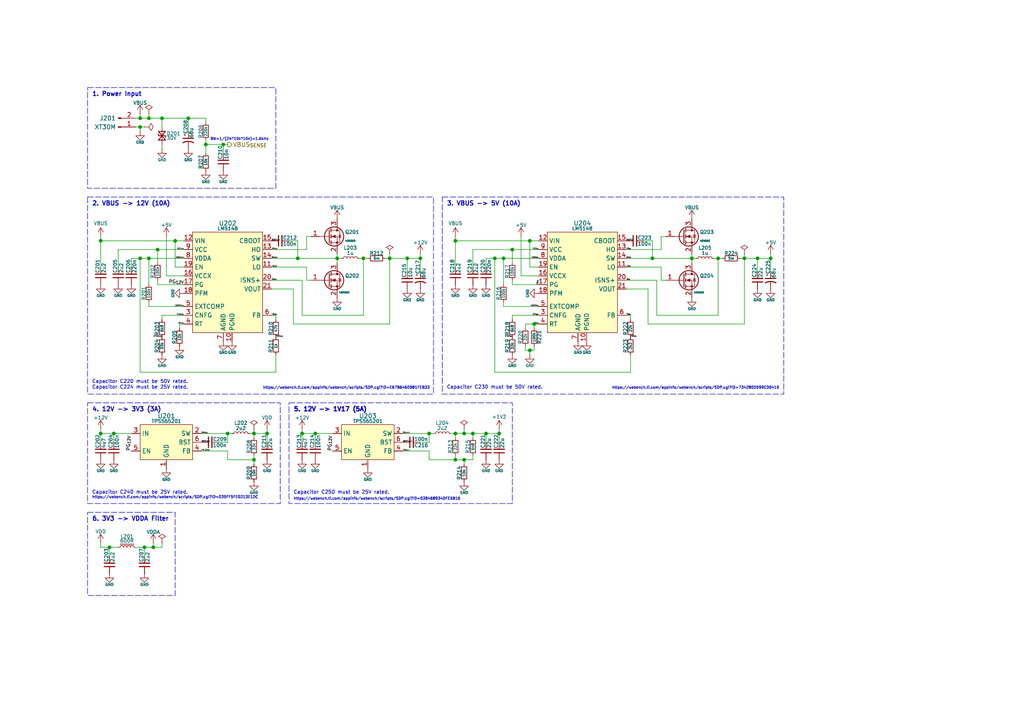
<source format=kicad_sch>
(kicad_sch (version 20250114) (generator "eeschema") (generator_version "9.0")
  (paper "A4")
  (rectangle (start 25.4 57.15) (end 125.73 114.3) (stroke (width 0) (type dash)))
  (rectangle (start 25.4 148.59) (end 50.8 172.72) (stroke (width 0) (type dash)))
  (rectangle (start 25.4 25.4) (end 80.01 54.61) (stroke (width 0) (type dash)))
  (rectangle (start 128.27 57.15) (end 227.33 114.3) (stroke (width 0) (type dash)))
  (rectangle (start 25.4 116.84) (end 81.28 146.05) (stroke (width 0) (type dash)))
  (rectangle (start 83.82 116.84) (end 148.59 146.05) (stroke (width 0) (type dash)))
  (text "Capacitor C250 must be 25V rated." (at 85.09 143.51 0) (effects (font (size 1.016 1.016)) (justify left bottom)))
  (text "5. 12V -> 1V17 (5A)" (at 85.09 118.11 0) (effects (font (size 1.27 1.27) (thickness 0.3048) (bold yes)) (justify left top)))
  (text "https://webench.ti.com/appinfo/webench/scripts/SDP.cgi?ID=035FF5FE0213E1DC" (at 26.67 144.78 0) (effects (font (size 0.762 0.762)) (justify left bottom)))
  (text "Capacitor C220 must be 50V rated.\nCapacitor C224 must be 25V rated." (at 26.67 113.03 0) (effects (font (size 1.016 1.016)) (justify left bottom)))
  (text "https://webench.ti.com/appinfo/webench/scripts/SDP.cgi?ID=734280D599CD0410" (at 226.06 113.03 0) (effects (font (size 0.762 0.762)) (justify right bottom)))
  (text "BW=1/(2π*10k*10n)=1.6kHz" (at 60.96 40.005 0) (effects (font (size 0.762 0.762)) (justify left top)))
  (text "3. VBUS -> 5V (10A)" (at 129.54 58.42 0) (effects (font (size 1.27 1.27) (thickness 0.254) (bold yes)) (justify left top)))
  (text "https://webench.ti.com/appinfo/webench/scripts/SDP.cgi?ID=03B468934DFE5B16" (at 85.09 144.78 0) (effects (font (size 0.762 0.762)) (justify left)))
  (text "Capacitor C240 must be 25V rated." (at 26.67 143.51 0) (effects (font (size 1.016 1.016)) (justify left bottom)))
  (text "Capacitor C230 must be 50V rated." (at 129.54 113.03 0) (effects (font (size 1.016 1.016)) (justify left bottom)))
  (text "1. Power Input" (at 26.67 26.67 0) (effects (font (size 1.27 1.27) (thickness 0.254) (bold yes)) (justify left top)))
  (text "https://webench.ti.com/appinfo/webench/scripts/SDP.cgi?ID=E67B646DB81FEB33" (at 124.714 113.03 0) (effects (font (size 0.762 0.762)) (justify right bottom)))
  (text "4. 12V -> 3V3 (3A)" (at 26.67 118.11 0) (effects (font (size 1.27 1.27) (thickness 0.254) (bold yes)) (justify left top)))
  (text "6. 3V3 -> VDDA Filter" (at 26.67 149.86 0) (effects (font (size 1.27 1.27) (thickness 0.254) (bold yes)) (justify left top)))
  (text "2. VBUS -> 12V (10A)" (at 26.67 58.42 0) (effects (font (size 1.27 1.27) (thickness 0.254) (bold yes)) (justify left top)))
  (junction (at 29.21 69.85))
  (junction (at 132.08 69.85))
  (junction (at 87.63 125.73))
  (junction (at 124.46 125.73))
  (junction (at 40.64 36.83))
  (junction (at 146.05 74.93))
  (junction (at 40.64 34.29))
  (junction (at 137.16 125.73))
  (junction (at 91.44 125.73))
  (junction (at 54.61 34.29))
  (junction (at 148.59 72.39))
  (junction (at 143.51 74.93))
  (junction (at 140.97 125.73))
  (junction (at 50.8 69.85))
  (junction (at 45.72 72.39))
  (junction (at 105.41 74.93))
  (junction (at 134.62 133.35))
  (junction (at 40.64 74.93))
  (junction (at 41.91 158.75))
  (junction (at 73.66 125.73))
  (junction (at 43.18 74.93))
  (junction (at 113.03 74.93))
  (junction (at 46.99 34.29))
  (junction (at 223.52 74.93))
  (junction (at 154.94 93.98))
  (junction (at 97.79 74.93))
  (junction (at 73.66 133.35))
  (junction (at 153.67 69.85))
  (junction (at 134.62 125.73))
  (junction (at 86.36 74.93))
  (junction (at 31.75 158.75))
  (junction (at 144.78 125.73))
  (junction (at 132.08 125.73))
  (junction (at 64.77 41.91))
  (junction (at 77.47 125.73))
  (junction (at 208.28 74.93))
  (junction (at 118.11 74.93))
  (junction (at 215.9 74.93))
  (junction (at 132.08 133.35))
  (junction (at 44.45 158.75))
  (junction (at 59.69 41.91))
  (junction (at 219.71 74.93))
  (junction (at 43.18 34.29))
  (junction (at 29.21 125.73))
  (junction (at 66.04 125.73))
  (junction (at 153.67 101.6))
  (junction (at 189.23 74.93))
  (junction (at 200.66 74.93))
  (junction (at 33.02 125.73))
  (junction (at 121.92 74.93))
  (wire (pts (xy 73.66 125.73) (xy 77.47 125.73)))
  (wire (pts (xy 140.97 125.73) (xy 140.97 128.27)))
  (wire (pts (xy 200.66 74.93) (xy 200.66 73.66)))
  (wire (pts (xy 193.04 68.58) (xy 191.77 68.58)))
  (wire (pts (xy 34.29 72.39) (xy 34.29 77.47)))
  (wire (pts (xy 77.47 125.73) (xy 77.47 128.27)))
  (wire (pts (xy 148.59 82.55) (xy 156.21 82.55)))
  (wire (pts (xy 113.03 74.93) (xy 118.11 74.93)))
  (wire (pts (xy 105.41 91.44) (xy 87.63 91.44)))
  (wire (pts (xy 181.61 72.39) (xy 191.77 72.39)))
  (wire (pts (xy 73.66 133.35) (xy 73.66 134.62)))
  (wire (pts (xy 140.97 125.73) (xy 144.78 125.73)))
  (wire (pts (xy 43.18 34.29) (xy 46.99 34.29)))
  (wire (pts (xy 152.4 100.33) (xy 152.4 101.6)))
  (wire (pts (xy 113.03 73.66) (xy 113.03 74.93)))
  (wire (pts (xy 111.76 74.93) (xy 113.03 74.93)))
  (wire (pts (xy 59.69 41.91) (xy 64.77 41.91)))
  (wire (pts (xy 134.62 133.35) (xy 137.16 133.35)))
  (wire (pts (xy 143.51 74.93) (xy 143.51 107.95)))
  (wire (pts (xy 104.14 74.93) (xy 105.41 74.93)))
  (wire (pts (xy 140.97 74.93) (xy 140.97 77.47)))
  (wire (pts (xy 182.88 107.95) (xy 143.51 107.95)))
  (wire (pts (xy 41.91 158.75) (xy 44.45 158.75)))
  (wire (pts (xy 80.01 91.44) (xy 80.01 92.71)))
  (wire (pts (xy 134.62 124.46) (xy 134.62 125.73)))
  (wire (pts (xy 33.02 125.73) (xy 33.02 128.27)))
  (wire (pts (xy 40.64 34.29) (xy 43.18 34.29)))
  (wire (pts (xy 153.67 69.85) (xy 156.21 69.85)))
  (wire (pts (xy 40.64 36.83) (xy 40.64 38.1)))
  (wire (pts (xy 151.13 80.01) (xy 156.21 80.01)))
  (wire (pts (xy 86.36 69.85) (xy 86.36 74.93)))
  (wire (pts (xy 46.99 34.29) (xy 46.99 36.83)))
  (wire (pts (xy 137.16 72.39) (xy 148.59 72.39)))
  (wire (pts (xy 153.67 77.47) (xy 153.67 69.85)))
  (wire (pts (xy 50.8 77.47) (xy 53.34 77.47)))
  (wire (pts (xy 58.42 125.73) (xy 66.04 125.73)))
  (wire (pts (xy 187.96 93.98) (xy 187.96 83.82)))
  (wire (pts (xy 146.05 74.93) (xy 146.05 82.55)))
  (wire (pts (xy 208.28 91.44) (xy 190.5 91.44)))
  (wire (pts (xy 66.04 125.73) (xy 66.04 128.27)))
  (wire (pts (xy 208.28 74.93) (xy 208.28 91.44)))
  (wire (pts (xy 219.71 74.93) (xy 219.71 78.74)))
  (wire (pts (xy 29.21 68.58) (xy 29.21 69.85)))
  (wire (pts (xy 29.21 125.73) (xy 33.02 125.73)))
  (wire (pts (xy 78.74 74.93) (xy 86.36 74.93)))
  (wire (pts (xy 132.08 133.35) (xy 134.62 133.35)))
  (wire (pts (xy 40.64 33.02) (xy 40.64 34.29)))
  (wire (pts (xy 215.9 93.98) (xy 187.96 93.98)))
  (wire (pts (xy 44.45 158.75) (xy 44.45 157.48)))
  (wire (pts (xy 45.72 72.39) (xy 53.34 72.39)))
  (wire (pts (xy 85.09 93.98) (xy 85.09 83.82)))
  (wire (pts (xy 78.74 91.44) (xy 80.01 91.44)))
  (wire (pts (xy 39.37 34.29) (xy 40.64 34.29)))
  (wire (pts (xy 124.46 130.81) (xy 116.84 130.81)))
  (wire (pts (xy 124.46 133.35) (xy 124.46 130.81)))
  (wire (pts (xy 66.04 128.27) (xy 63.5 128.27)))
  (wire (pts (xy 58.42 130.81) (xy 66.04 130.81)))
  (wire (pts (xy 48.26 80.01) (xy 48.26 68.58)))
  (wire (pts (xy 86.36 74.93) (xy 97.79 74.93)))
  (wire (pts (xy 181.61 74.93) (xy 189.23 74.93)))
  (wire (pts (xy 132.08 69.85) (xy 153.67 69.85)))
  (wire (pts (xy 59.69 40.64) (xy 59.69 41.91)))
  (wire (pts (xy 80.01 102.87) (xy 80.01 107.95)))
  (wire (pts (xy 73.66 132.08) (xy 73.66 133.35)))
  (wire (pts (xy 105.41 74.93) (xy 106.68 74.93)))
  (wire (pts (xy 46.99 43.18) (xy 46.99 41.91)))
  (wire (pts (xy 154.94 93.98) (xy 156.21 93.98)))
  (wire (pts (xy 83.82 69.85) (xy 86.36 69.85)))
  (wire (pts (xy 87.63 91.44) (xy 87.63 81.28)))
  (wire (pts (xy 50.8 77.47) (xy 50.8 69.85)))
  (wire (pts (xy 137.16 125.73) (xy 137.16 127)))
  (wire (pts (xy 153.67 77.47) (xy 156.21 77.47)))
  (wire (pts (xy 38.1 74.93) (xy 40.64 74.93)))
  (wire (pts (xy 140.97 74.93) (xy 143.51 74.93)))
  (wire (pts (xy 223.52 73.66) (xy 223.52 74.93)))
  (wire (pts (xy 77.47 124.46) (xy 77.47 125.73)))
  (wire (pts (xy 121.92 74.93) (xy 118.11 74.93)))
  (wire (pts (xy 181.61 77.47) (xy 191.77 77.47)))
  (wire (pts (xy 148.59 81.28) (xy 148.59 82.55)))
  (wire (pts (xy 59.69 35.56) (xy 59.69 34.29)))
  (wire (pts (xy 97.79 74.93) (xy 97.79 76.2)))
  (wire (pts (xy 39.37 158.75) (xy 41.91 158.75)))
  (wire (pts (xy 45.72 72.39) (xy 45.72 76.2)))
  (wire (pts (xy 137.16 72.39) (xy 137.16 77.47)))
  (wire (pts (xy 59.69 41.91) (xy 59.69 44.45)))
  (wire (pts (xy 87.63 125.73) (xy 91.44 125.73)))
  (wire (pts (xy 90.17 68.58) (xy 88.9 68.58)))
  (wire (pts (xy 31.75 158.75) (xy 34.29 158.75)))
  (wire (pts (xy 54.61 34.29) (xy 59.69 34.29)))
  (wire (pts (xy 215.9 73.66) (xy 215.9 74.93)))
  (wire (pts (xy 88.9 68.58) (xy 88.9 72.39)))
  (wire (pts (xy 144.78 124.46) (xy 144.78 125.73)))
  (wire (pts (xy 66.04 125.73) (xy 67.31 125.73)))
  (wire (pts (xy 223.52 74.93) (xy 223.52 78.74)))
  (wire (pts (xy 78.74 83.82) (xy 85.09 83.82)))
  (wire (pts (xy 43.18 74.93) (xy 43.18 82.55)))
  (wire (pts (xy 189.23 74.93) (xy 200.66 74.93)))
  (wire (pts (xy 153.67 101.6) (xy 154.94 101.6)))
  (wire (pts (xy 134.62 133.35) (xy 134.62 134.62)))
  (wire (pts (xy 40.64 74.93) (xy 43.18 74.93)))
  (wire (pts (xy 34.29 72.39) (xy 45.72 72.39)))
  (wire (pts (xy 146.05 88.9) (xy 146.05 87.63)))
  (wire (pts (xy 46.99 157.48) (xy 46.99 158.75)))
  (wire (pts (xy 191.77 81.28) (xy 191.77 77.47)))
  (wire (pts (xy 66.04 130.81) (xy 66.04 133.35)))
  (wire (pts (xy 43.18 74.93) (xy 53.34 74.93)))
  (wire (pts (xy 45.72 82.55) (xy 45.72 81.28)))
  (wire (pts (xy 207.01 74.93) (xy 208.28 74.93)))
  (wire (pts (xy 64.77 41.91) (xy 64.77 44.45)))
  (wire (pts (xy 132.08 68.58) (xy 132.08 69.85)))
  (wire (pts (xy 78.74 77.47) (xy 88.9 77.47)))
  (wire (pts (xy 143.51 74.93) (xy 146.05 74.93)))
  (wire (pts (xy 105.41 74.93) (xy 105.41 91.44)))
  (wire (pts (xy 148.59 91.44) (xy 156.21 91.44)))
  (wire (pts (xy 121.92 74.93) (xy 121.92 78.74)))
  (wire (pts (xy 50.8 69.85) (xy 53.34 69.85)))
  (wire (pts (xy 53.34 91.44) (xy 46.99 91.44)))
  (wire (pts (xy 87.63 125.73) (xy 87.63 128.27)))
  (wire (pts (xy 153.67 101.6) (xy 153.67 102.87)))
  (wire (pts (xy 154.94 93.98) (xy 154.94 95.25)))
  (wire (pts (xy 53.34 93.98) (xy 52.07 93.98)))
  (wire (pts (xy 90.17 81.28) (xy 88.9 81.28)))
  (wire (pts (xy 200.66 74.93) (xy 200.66 76.2)))
  (wire (pts (xy 48.26 80.01) (xy 53.34 80.01)))
  (wire (pts (xy 54.61 34.29) (xy 54.61 38.1)))
  (wire (pts (xy 121.92 73.66) (xy 121.92 74.93)))
  (wire (pts (xy 43.18 88.9) (xy 43.18 87.63)))
  (wire (pts (xy 43.18 88.9) (xy 53.34 88.9)))
  (wire (pts (xy 215.9 74.93) (xy 219.71 74.93)))
  (wire (pts (xy 72.39 125.73) (xy 73.66 125.73)))
  (wire (pts (xy 215.9 74.93) (xy 215.9 93.98)))
  (wire (pts (xy 91.44 125.73) (xy 96.52 125.73)))
  (wire (pts (xy 43.18 33.02) (xy 43.18 34.29)))
  (wire (pts (xy 181.61 83.82) (xy 187.96 83.82)))
  (wire (pts (xy 73.66 125.73) (xy 73.66 127)))
  (wire (pts (xy 78.74 72.39) (xy 88.9 72.39)))
  (wire (pts (xy 152.4 101.6) (xy 153.67 101.6)))
  (wire (pts (xy 132.08 125.73) (xy 134.62 125.73)))
  (wire (pts (xy 214.63 74.93) (xy 215.9 74.93)))
  (wire (pts (xy 64.77 41.91) (xy 66.04 41.91)))
  (wire (pts (xy 80.01 107.95) (xy 40.64 107.95)))
  (wire (pts (xy 97.79 74.93) (xy 97.79 73.66)))
  (wire (pts (xy 116.84 125.73) (xy 124.46 125.73)))
  (wire (pts (xy 130.81 125.73) (xy 132.08 125.73)))
  (wire (pts (xy 132.08 69.85) (xy 132.08 77.47)))
  (wire (pts (xy 46.99 158.75) (xy 44.45 158.75)))
  (wire (pts (xy 190.5 91.44) (xy 190.5 81.28)))
  (wire (pts (xy 87.63 81.28) (xy 78.74 81.28)))
  (wire (pts (xy 29.21 124.46) (xy 29.21 125.73)))
  (wire (pts (xy 88.9 81.28) (xy 88.9 77.47)))
  (wire (pts (xy 33.02 125.73) (xy 38.1 125.73)))
  (wire (pts (xy 208.28 74.93) (xy 209.55 74.93)))
  (wire (pts (xy 190.5 81.28) (xy 181.61 81.28)))
  (wire (pts (xy 152.4 93.98) (xy 152.4 95.25)))
  (wire (pts (xy 186.69 69.85) (xy 189.23 69.85)))
  (wire (pts (xy 146.05 74.93) (xy 156.21 74.93)))
  (wire (pts (xy 148.59 91.44) (xy 148.59 92.71)))
  (wire (pts (xy 193.04 81.28) (xy 191.77 81.28)))
  (wire (pts (xy 52.07 93.98) (xy 52.07 95.25)))
  (wire (pts (xy 137.16 133.35) (xy 137.16 132.08)))
  (wire (pts (xy 45.72 82.55) (xy 53.34 82.55)))
  (wire (pts (xy 40.64 36.83) (xy 41.91 36.83)))
  (wire (pts (xy 29.21 158.75) (xy 31.75 158.75)))
  (wire (pts (xy 29.21 125.73) (xy 29.21 128.27)))
  (wire (pts (xy 132.08 125.73) (xy 132.08 127)))
  (wire (pts (xy 148.59 72.39) (xy 148.59 76.2)))
  (wire (pts (xy 181.61 91.44) (xy 182.88 91.44)))
  (wire (pts (xy 29.21 158.75) (xy 29.21 157.48)))
  (wire (pts (xy 182.88 91.44) (xy 182.88 92.71)))
  (wire (pts (xy 31.75 158.75) (xy 31.75 161.29)))
  (wire (pts (xy 154.94 100.33) (xy 154.94 101.6)))
  (wire (pts (xy 201.93 74.93) (xy 200.66 74.93)))
  (wire (pts (xy 146.05 88.9) (xy 156.21 88.9)))
  (wire (pts (xy 124.46 125.73) (xy 125.73 125.73)))
  (wire (pts (xy 118.11 74.93) (xy 118.11 78.74)))
  (wire (pts (xy 66.04 133.35) (xy 73.66 133.35)))
  (wire (pts (xy 182.88 102.87) (xy 182.88 107.95)))
  (wire (pts (xy 191.77 68.58) (xy 191.77 72.39)))
  (wire (pts (xy 154.94 93.98) (xy 152.4 93.98)))
  (wire (pts (xy 113.03 74.93) (xy 113.03 93.98)))
  (wire (pts (xy 29.21 69.85) (xy 29.21 77.47)))
  (wire (pts (xy 87.63 124.46) (xy 87.63 125.73)))
  (wire (pts (xy 132.08 133.35) (xy 124.46 133.35)))
  (wire (pts (xy 40.64 74.93) (xy 40.64 107.95)))
  (wire (pts (xy 46.99 91.44) (xy 46.99 92.71)))
  (wire (pts (xy 219.71 74.93) (xy 223.52 74.93)))
  (wire (pts (xy 148.59 72.39) (xy 156.21 72.39)))
  (wire (pts (xy 137.16 125.73) (xy 140.97 125.73)))
  (wire (pts (xy 91.44 125.73) (xy 91.44 128.27)))
  (wire (pts (xy 132.08 132.08) (xy 132.08 133.35)))
  (wire (pts (xy 124.46 125.73) (xy 124.46 128.27)))
  (wire (pts (xy 134.62 125.73) (xy 137.16 125.73)))
  (wire (pts (xy 46.99 34.29) (xy 54.61 34.29)))
  (wire (pts (xy 144.78 125.73) (xy 144.78 128.27)))
  (wire (pts (xy 39.37 36.83) (xy 40.64 36.83)))
  (wire (pts (xy 99.06 74.93) (xy 97.79 74.93)))
  (wire (pts (xy 113.03 93.98) (xy 85.09 93.98)))
  (wire (pts (xy 41.91 161.29) (xy 41.91 158.75)))
  (wire (pts (xy 151.13 80.01) (xy 151.13 68.58)))
  (wire (pts (xy 38.1 74.93) (xy 38.1 77.47)))
  (wire (pts (xy 29.21 69.85) (xy 50.8 69.85)))
  (wire (pts (xy 124.46 128.27) (xy 121.92 128.27)))
  (wire (pts (xy 189.23 69.85) (xy 189.23 74.93)))
  (wire (pts (xy 73.66 124.46) (xy 73.66 125.73)))
  (label "RT_{12V}" (at 53.34 93.98 180) (effects (font (size 0.381 0.381))))
  (label "LO_{12V}" (at 78.74 77.47 0) (effects (font (size 0.381 0.381))))
  (label "BOOT_{5V}" (at 181.61 69.85 0) (effects (font (size 0.381 0.381))))
  (label "FB_{12V}" (at 78.74 91.44 0) (effects (font (size 0.381 0.381))))
  (label "IS_{12V}" (at 78.74 81.28 0) (effects (font (size 0.381 0.381))))
  (label "FBM_{5V}" (at 182.88 97.79 0) (effects (font (size 0.381 0.381))))
  (label "VCC_{12V}" (at 53.34 72.39 180) (effects (font (size 0.381 0.381))))
  (label "IS_{5V}" (at 181.61 81.28 0) (effects (font (size 0.381 0.381))))
  (label "PG_{12V}" (at 53.34 82.55 180) (effects (font (size 1.016 1.016))))
  (label "FB_{3V3" (at 58.42 130.81 0) (effects (font (size 0.381 0.381))))
  (label "COMP_{5V}" (at 156.21 88.9 180) (effects (font (size 0.381 0.381))))
  (label "CFGM_{5V}" (at 148.59 97.79 180) (effects (font (size 0.381 0.381))))
  (label "COMP_{12V}" (at 53.34 88.9 180) (effects (font (size 0.381 0.381))))
  (label "FB_{1V17}" (at 116.84 130.81 0) (effects (font (size 0.381 0.381))))
  (label "CFG_{5V}" (at 156.21 91.44 180) (effects (font (size 0.381 0.381))))
  (label "CFGM_{12V}" (at 46.99 97.79 180) (effects (font (size 0.381 0.381))))
  (label "BOOT_{3V3}" (at 58.42 128.27 0) (effects (font (size 0.381 0.381))))
  (label "PG_{5V}" (at 156.21 82.55 90) (effects (font (size 0.381 0.381))))
  (label "RT_{5V}" (at 156.21 93.98 180) (effects (font (size 0.381 0.381))))
  (label "HO_{12V}" (at 78.74 72.39 0) (effects (font (size 0.381 0.381))))
  (label "LO_{5V}" (at 181.61 77.47 0) (effects (font (size 0.381 0.381))))
  (label "SW_{5V}" (at 181.61 74.93 0) (effects (font (size 0.381 0.381))))
  (label "CFG_{12V}" (at 53.34 91.44 180) (effects (font (size 0.381 0.381))))
  (label "BOOT_{12V}" (at 78.74 69.85 0) (effects (font (size 0.381 0.381))))
  (label "FBM_{12V}" (at 80.01 97.79 0) (effects (font (size 0.381 0.381))))
  (label "PG_{12V}" (at 38.1 130.81 90) (effects (font (size 1.016 1.016))))
  (label "SW_{12V}" (at 78.74 74.93 0) (effects (font (size 0.381 0.381))))
  (label "VCC_{5V}" (at 156.21 72.39 180) (effects (font (size 0.381 0.381))))
  (label "SW_{1V17}" (at 116.84 125.73 0) (effects (font (size 0.381 0.381))))
  (label "BOOT_{1V17}" (at 116.84 128.27 0) (effects (font (size 0.381 0.381))))
  (label "PG_{12V}" (at 96.52 130.81 90) (effects (font (size 1.016 1.016))))
  (label "VDDA_{12V}" (at 53.34 74.93 180) (effects (font (size 0.381 0.381))))
  (label "FB_{5V}" (at 181.61 91.44 0) (effects (font (size 0.381 0.381))))
  (label "SW_{3V3}" (at 58.42 125.73 0) (effects (font (size 0.381 0.381))))
  (label "HO_{5V}" (at 181.61 72.39 0) (effects (font (size 0.381 0.381))))
  (label "VDDA_{5V}" (at 156.21 74.93 180) (effects (font (size 0.381 0.381))))
  (hierarchical_label "VBUS_{SENSE}" (shape output) (at 66.04 41.91 0))
  (symbol (lib_id "power:VBUS") (at 29.21 68.58 0) (unit 1)
    (property "Reference" "#PWR0201" (effects (hide yes)))
    (property "Value" "VBUS" (at 29.21 64.77 0) (effects (font (size 1.016 1.016))))
    (property "Description" "Power symbol creates a global label with name \"VBUS\"" (effects (hide yes)))
  )
  (symbol (lib_id "Transistor_FET:Q_NMOS_GSD") (at 198.12 68.58 0) (unit 1)
    (property "Reference" "Q203" (at 202.946 67.31 0) (effects (font (size 1.016 1.016)) (justify left)))
    (property "Value" "40N06D" (at 202.946 69.85 0) (effects (font (size 0.508 0.508)) (justify left)))
    (property "Footprint" "Package_DFN_QFN:DFN-8-1EP_3x3mm_P0.65mm_EP1.55x2.4mm" (effects (hide yes)))
    (property "Description" "N-MOSFET transistor, gate/source/drain" (effects (hide yes)))
  )
  (symbol (lib_id "power:GND") (at 134.62 139.7 0) (unit 1)
    (property "Reference" "#PWR0239" (effects (hide yes)))
    (property "Value" "GND" (at 134.62 142.875 0) (effects (font (size 0.762 0.762))))
    (property "Description" "Power symbol creates a global label with name \"GND\" , ground" (effects (hide yes)))
  )
  (symbol (lib_id "power:GND") (at 54.61 43.18 0) (unit 1)
    (property "Reference" "#PWR0220" (effects (hide yes)))
    (property "Value" "GND" (at 54.61 46.355 0) (effects (font (size 0.762 0.762))))
    (property "Description" "Power symbol creates a global label with name \"GND\" , ground" (effects (hide yes)))
  )
  (symbol (lib_id "power:+1V2") (at 144.78 124.46 0) (unit 1)
    (property "Reference" "#PWR0243" (effects (hide yes)))
    (property "Value" "+1V2" (at 144.78 120.904 0) (effects (font (size 1.016 1.016))))
    (property "Description" "Power symbol creates a global label with name \"+1V2\"" (effects (hide yes)))
  )
  (symbol (lib_id "Transistor_FET:Q_NMOS_GSD") (at 95.25 81.28 0) (unit 1)
    (property "Reference" "Q202" (at 100.076 80.01 0) (effects (font (size 1.016 1.016)) (justify left)))
    (property "Value" "40N06D" (at 98.298 84.836 0) (effects (font (size 0.508 0.508)) (justify left)))
    (property "Footprint" "Package_DFN_QFN:DFN-8-1EP_3x3mm_P0.65mm_EP1.55x2.4mm" (effects (hide yes)))
    (property "Description" "N-MOSFET transistor, gate/source/drain" (effects (hide yes)))
  )
  (symbol (lib_id "Bluesat:C_CompactV") (at 64.77 46.99 0) (mirror y) (unit 1)
    (property "Reference" "C210" (at 63.881 46.228 90) (effects (font (size 1.016 1.016)) (justify left)))
    (property "Value" "10n" (at 65.659 46.228 90) (effects (font (size 1.016 1.016)) (justify left)))
    (property "Footprint" "Capacitor_SMD:C_0402_1005Metric" (effects (hide yes)))
    (property "Description" "Unpolarized capacitor, compact symbol" (effects (hide yes)))
  )
  (symbol (lib_id "power:GND") (at 40.64 38.1 0) (unit 1)
    (property "Reference" "#PWR0211" (effects (hide yes)))
    (property "Value" "GND" (at 40.64 41.275 0) (effects (font (size 0.762 0.762))))
    (property "Description" "Power symbol creates a global label with name \"GND\" , ground" (effects (hide yes)))
  )
  (symbol (lib_id "Bluesat:R_CompactV") (at 137.16 129.54 0) (unit 1)
    (property "Reference" "R215" (at 136.271 129.54 90) (effects (font (size 1.016 1.016)) (justify bottom)))
    (property "Value" "6k8" (at 137.16 129.54 90) (effects (font (size 0.762 0.762))))
    (property "Footprint" "Resistor_SMD:R_0402_1005Metric" (effects (hide yes)))
    (property "Description" "Resistor, compact symbol" (effects (hide yes)))
  )
  (symbol (lib_id "power:GND") (at 148.59 102.87 0) (unit 1)
    (property "Reference" "#PWR0245" (effects (hide yes)))
    (property "Value" "GND" (at 148.59 106.045 0) (effects (font (size 0.762 0.762))))
    (property "Description" "Power symbol creates a global label with name \"GND\" , ground" (effects (hide yes)))
  )
  (symbol (lib_id "power:+12V") (at 87.63 124.46 0) (unit 1)
    (property "Reference" "#PWR0228" (effects (hide yes)))
    (property "Value" "+12V" (at 87.63 121.158 0) (effects (font (size 1.016 1.016))))
    (property "Description" "Power symbol creates a global label with name \"+12V\"" (effects (hide yes)))
  )
  (symbol (lib_id "Bluesat:C_CompactV") (at 38.1 80.01 0) (unit 1)
    (property "Reference" "C206" (at 37.211 79.248 90) (effects (font (size 1.016 1.016)) (justify left)))
    (property "Value" "220n" (at 38.989 79.248 90) (effects (font (size 1.016 1.016)) (justify left)))
    (property "Footprint" "Capacitor_SMD:C_0402_1005Metric" (effects (hide yes)))
    (property "Description" "Unpolarized capacitor, compact symbol" (effects (hide yes)))
  )
  (symbol (lib_id "power:PWR_FLAG") (at 134.62 124.46 0) (unit 1)
    (property "Reference" "#FLG0206" (effects (hide yes)))
    (property "Value" "PWR_FLAG" (effects (hide yes)))
    (property "Description" "Special symbol for telling ERC where power comes from" (effects (hide yes)))
  )
  (symbol (lib_id "power:PWR_FLAG") (at 113.03 73.66 0) (unit 1)
    (property "Reference" "#FLG0205" (effects (hide yes)))
    (property "Value" "PWR_FLAG" (effects (hide yes)))
    (property "Description" "Special symbol for telling ERC where power comes from" (effects (hide yes)))
  )
  (symbol (lib_id "Bluesat:C_CompactV") (at 34.29 80.01 0) (unit 1)
    (property "Reference" "C205" (at 33.401 79.248 90) (effects (font (size 1.016 1.016)) (justify left)))
    (property "Value" "2u2" (at 35.179 79.248 90) (effects (font (size 1.016 1.016)) (justify left)))
    (property "Footprint" "Capacitor_SMD:C_0603_1608Metric" (effects (hide yes)))
    (property "Description" "Unpolarized capacitor, compact symbol" (effects (hide yes)))
  )
  (symbol (lib_id "power:GND") (at 137.16 82.55 0) (unit 1)
    (property "Reference" "#PWR0240" (effects (hide yes)))
    (property "Value" "GND" (at 137.16 85.725 0) (effects (font (size 0.762 0.762))))
    (property "Description" "Power symbol creates a global label with name \"GND\" , ground" (effects (hide yes)))
  )
  (symbol (lib_id "power:+12V") (at 121.92 73.66 0) (unit 1)
    (property "Reference" "#PWR0235" (effects (hide yes)))
    (property "Value" "+12V" (at 121.92 70.358 0) (effects (font (size 1.016 1.016))))
    (property "Description" "Power symbol creates a global label with name \"+12V\"" (effects (hide yes)))
  )
  (symbol (lib_id "power:VBUS") (at 132.08 68.58 0) (unit 1)
    (property "Reference" "#PWR0237" (effects (hide yes)))
    (property "Value" "VBUS" (at 132.08 64.77 0) (effects (font (size 1.016 1.016))))
    (property "Description" "Power symbol creates a global label with name \"VBUS\"" (effects (hide yes)))
  )
  (symbol (lib_id "power:GND") (at 167.64 99.06 0) (unit 1)
    (property "Reference" "#PWR0249" (effects (hide yes)))
    (property "Value" "GND" (at 167.64 102.235 0) (effects (font (size 0.762 0.762))))
    (property "Description" "Power symbol creates a global label with name \"GND\" , ground" (effects (hide yes)))
  )
  (symbol (lib_id "power:+12V") (at 29.21 124.46 0) (unit 1)
    (property "Reference" "#PWR0203" (effects (hide yes)))
    (property "Value" "+12V" (at 29.21 121.158 0) (effects (font (size 1.016 1.016))))
    (property "Description" "Power symbol creates a global label with name \"+12V\"" (effects (hide yes)))
  )
  (symbol (lib_id "Bluesat:R_CompactV") (at 80.01 95.25 0) (unit 1)
    (property "Reference" "R210" (at 79.121 95.25 90) (effects (font (size 1.016 1.016)) (justify bottom)))
    (property "Value" "47k" (at 80.01 95.25 90) (effects (font (size 0.762 0.762))))
    (property "Footprint" "Resistor_SMD:R_0402_1005Metric" (effects (hide yes)))
    (property "Description" "Resistor, compact symbol" (effects (hide yes)))
  )
  (symbol (lib_id "power:VBUS") (at 200.66 63.5 0) (unit 1)
    (property "Reference" "#PWR0251" (effects (hide yes)))
    (property "Value" "VBUS" (at 200.66 60.198 0) (effects (font (size 1.016 1.016))))
    (property "Description" "Power symbol creates a global label with name \"VBUS\"" (effects (hide yes)))
  )
  (symbol (lib_id "power:GND") (at 64.77 49.53 0) (unit 1)
    (property "Reference" "#PWR0222" (effects (hide yes)))
    (property "Value" "GND" (at 64.77 52.705 0) (effects (font (size 0.762 0.762))))
    (property "Description" "Power symbol creates a global label with name \"GND\" , ground" (effects (hide yes)))
  )
  (symbol (lib_id "power:GND") (at 156.21 85.09 270) (unit 1)
    (property "Reference" "#PWR0248" (effects (hide yes)))
    (property "Value" "GND" (at 153.035 85.09 0) (effects (font (size 0.762 0.762))))
    (property "Description" "Power symbol creates a global label with name \"GND\" , ground" (effects (hide yes)))
  )
  (symbol (lib_id "Bluesat:R_CompactV") (at 132.08 129.54 0) (unit 1)
    (property "Reference" "R213" (at 131.191 129.54 90) (effects (font (size 1.016 1.016)) (justify bottom)))
    (property "Value" "22k" (at 132.08 129.54 90) (effects (font (size 0.762 0.762))))
    (property "Footprint" "Resistor_SMD:R_0402_1005Metric" (effects (hide yes)))
    (property "Description" "Resistor, compact symbol" (effects (hide yes)))
  )
  (symbol (lib_id "power:GND") (at 29.21 82.55 0) (unit 1)
    (property "Reference" "#PWR0202" (effects (hide yes)))
    (property "Value" "GND" (at 29.21 85.725 0) (effects (font (size 0.762 0.762))))
    (property "Description" "Power symbol creates a global label with name \"GND\" , ground" (effects (hide yes)))
  )
  (symbol (lib_id "power:VBUS") (at 97.79 63.5 0) (unit 1)
    (property "Reference" "#PWR0231" (effects (hide yes)))
    (property "Value" "VBUS" (at 97.79 60.198 0) (effects (font (size 1.016 1.016))))
    (property "Description" "Power symbol creates a global label with name \"VBUS\"" (effects (hide yes)))
  )
  (symbol (lib_id "power:GND") (at 140.97 133.35 0) (unit 1)
    (property "Reference" "#PWR0242" (effects (hide yes)))
    (property "Value" "GND" (at 140.97 136.525 0) (effects (font (size 0.762 0.762))))
    (property "Description" "Power symbol creates a global label with name \"GND\" , ground" (effects (hide yes)))
  )
  (symbol (lib_id "Bluesat:C_CompactV") (at 81.28 69.85 270) (unit 1)
    (property "Reference" "C212" (at 82.042 68.961 90) (effects (font (size 1.016 1.016)) (justify left)))
    (property "Value" "100n" (at 82.042 70.739 90) (effects (font (size 1.016 1.016)) (justify left)))
    (property "Footprint" "Capacitor_SMD:C_0402_1005Metric" (effects (hide yes)))
    (property "Description" "Unpolarized capacitor, compact symbol" (effects (hide yes)))
  )
  (symbol (lib_id "power:GND") (at 170.18 99.06 0) (unit 1)
    (property "Reference" "#PWR0250" (effects (hide yes)))
    (property "Value" "GND" (at 170.18 102.235 0) (effects (font (size 0.762 0.762))))
    (property "Description" "Power symbol creates a global label with name \"GND\" , ground" (effects (hide yes)))
  )
  (symbol (lib_id "power:GND") (at 31.75 166.37 0) (unit 1)
    (property "Reference" "#PWR0206" (effects (hide yes)))
    (property "Value" "GND" (at 31.75 169.545 0) (effects (font (size 0.762 0.762))))
    (property "Description" "Power symbol creates a global label with name \"GND\" , ground" (effects (hide yes)))
  )
  (symbol (lib_id "Bluesat:TPS565201") (at 48.26 123.19 0) (unit 1)
    (property "Reference" "U201" (at 48.26 120.65 0))
    (property "Value" "TPS565201" (at 48.26 122.174 0) (effects (font (size 1.016 1.016))))
    (property "Footprint" "Package_TO_SOT_SMD:TSOT-23-6" (effects (hide yes)))
  )
  (symbol (lib_id "power:GND") (at 48.26 135.89 0) (unit 1)
    (property "Reference" "#PWR0217" (effects (hide yes)))
    (property "Value" "GND" (at 48.26 139.065 0) (effects (font (size 0.762 0.762))))
    (property "Description" "Power symbol creates a global label with name \"GND\" , ground" (effects (hide yes)))
  )
  (symbol (lib_id "Device:L_Small") (at 101.6 74.93 90) (unit 1)
    (property "Reference" "L203" (at 101.6 71.882 90) (effects (font (size 1.016 1.016))))
    (property "Value" "1u" (at 101.6 73.406 90) (effects (font (size 1.016 1.016))))
    (property "Footprint" "Inductor_SMD:L_Changjiang_FXL0630" (effects (hide yes)))
    (property "Description" "Inductor, small symbol" (effects (hide yes)))
  )
  (symbol (lib_id "Device:L_Small") (at 69.85 125.73 90) (unit 1)
    (property "Reference" "L202" (at 69.85 122.682 90) (effects (font (size 1.016 1.016))))
    (property "Value" "2u2" (at 69.85 124.206 90) (effects (font (size 1.016 1.016))))
    (property "Footprint" "Inductor_SMD:L_Changjiang_FXL0630" (effects (hide yes)))
    (property "Description" "Inductor, small symbol" (effects (hide yes)))
  )
  (symbol (lib_id "Bluesat:R_CompactV") (at 146.05 85.09 0) (unit 1)
    (property "Reference" "R216" (at 145.161 85.09 90) (effects (font (size 1.016 1.016)) (justify bottom)))
    (property "Value" "100k" (at 146.05 85.09 90) (effects (font (size 0.762 0.762))))
    (property "Footprint" "Resistor_SMD:R_0402_1005Metric" (effects (hide yes)))
    (property "Description" "Resistor, compact symbol" (effects (hide yes)))
  )
  (symbol (lib_id "Bluesat:R_CompactV") (at 43.18 85.09 0) (unit 1)
    (property "Reference" "R201" (at 42.291 85.09 90) (effects (font (size 1.016 1.016)) (justify bottom)))
    (property "Value" "100k" (at 43.18 85.09 90) (effects (font (size 0.762 0.762))))
    (property "Footprint" "Resistor_SMD:R_0402_1005Metric" (effects (hide yes)))
    (property "Description" "Resistor, compact symbol" (effects (hide yes)))
  )
  (symbol (lib_id "Bluesat:R_CompactV") (at 148.59 100.33 0) (unit 1)
    (property "Reference" "R219" (at 147.701 100.33 90) (effects (font (size 1.016 1.016)) (justify bottom)))
    (property "Value" "33k" (at 148.59 100.33 90) (effects (font (size 0.762 0.762))))
    (property "Footprint" "Resistor_SMD:R_0402_1005Metric" (effects (hide yes)))
    (property "Description" "Resistor, compact symbol" (effects (hide yes)))
  )
  (symbol (lib_id "Bluesat:R_CompactV") (at 182.88 100.33 0) (unit 1)
    (property "Reference" "R223" (at 181.991 100.33 90) (effects (font (size 1.016 1.016)) (justify bottom)))
    (property "Value" "2k2" (at 182.88 100.33 90) (effects (font (size 0.762 0.762))))
    (property "Footprint" "Resistor_SMD:R_0402_1005Metric" (effects (hide yes)))
    (property "Description" "Resistor, compact symbol" (effects (hide yes)))
  )
  (symbol (lib_id "Bluesat:R_CompactV") (at 182.88 95.25 0) (unit 1)
    (property "Reference" "R222" (at 181.991 95.25 90) (effects (font (size 1.016 1.016)) (justify bottom)))
    (property "Value" "22k" (at 182.88 95.25 90) (effects (font (size 0.762 0.762))))
    (property "Footprint" "Resistor_SMD:R_0402_1005Metric" (effects (hide yes)))
    (property "Description" "Resistor, compact symbol" (effects (hide yes)))
  )
  (symbol (lib_id "power:PWR_FLAG") (at 43.18 33.02 0) (unit 1)
    (property "Reference" "#FLG0202" (effects (hide yes)))
    (property "Value" "PWR_FLAG" (effects (hide yes)))
    (property "Description" "Special symbol for telling ERC where power comes from" (effects (hide yes)))
  )
  (symbol (lib_id "power:GND") (at 38.1 82.55 0) (unit 1)
    (property "Reference" "#PWR0209" (effects (hide yes)))
    (property "Value" "GND" (at 38.1 85.725 0) (effects (font (size 0.762 0.762))))
    (property "Description" "Power symbol creates a global label with name \"GND\" , ground" (effects (hide yes)))
  )
  (symbol (lib_id "power:GND") (at 144.78 133.35 0) (unit 1)
    (property "Reference" "#PWR0244" (effects (hide yes)))
    (property "Value" "GND" (at 144.78 136.525 0) (effects (font (size 0.762 0.762))))
    (property "Description" "Power symbol creates a global label with name \"GND\" , ground" (effects (hide yes)))
  )
  (symbol (lib_id "power:GND") (at 118.11 83.82 0) (unit 1)
    (property "Reference" "#PWR0234" (effects (hide yes)))
    (property "Value" "GND" (at 118.11 86.995 0) (effects (font (size 0.762 0.762))))
    (property "Description" "Power symbol creates a global label with name \"GND\" , ground" (effects (hide yes)))
  )
  (symbol (lib_id "power:GND") (at 200.66 86.36 0) (unit 1)
    (property "Reference" "#PWR0252" (effects (hide yes)))
    (property "Value" "GND" (at 200.66 89.535 0) (effects (font (size 0.762 0.762))))
    (property "Description" "Power symbol creates a global label with name \"GND\" , ground" (effects (hide yes)))
  )
  (symbol (lib_id "power:GND") (at 29.21 133.35 0) (unit 1)
    (property "Reference" "#PWR0204" (effects (hide yes)))
    (property "Value" "GND" (at 29.21 136.525 0) (effects (font (size 0.762 0.762))))
    (property "Description" "Power symbol creates a global label with name \"GND\" , ground" (effects (hide yes)))
  )
  (symbol (lib_id "Bluesat:C_CompactV") (at 144.78 130.81 0) (unit 1)
    (property "Reference" "C222" (at 143.891 130.048 90) (effects (font (size 1.016 1.016)) (justify left)))
    (property "Value" "22u" (at 145.669 130.048 90) (effects (font (size 1.016 1.016)) (justify left)))
    (property "Footprint" "Capacitor_SMD:C_1210_3225Metric" (effects (hide yes)))
    (property "Description" "Unpolarized capacitor, compact symbol" (effects (hide yes)))
  )
  (symbol (lib_id "power:VDD") (at 29.21 157.48 0) (unit 1)
    (property "Reference" "#PWR0205" (effects (hide yes)))
    (property "Value" "VDD" (at 29.21 154.178 0) (effects (font (size 1.016 1.016))))
    (property "Description" "Power symbol creates a global label with name \"VDD\"" (effects (hide yes)))
  )
  (symbol (lib_id "Bluesat:TPS565201") (at 106.68 123.19 0) (unit 1)
    (property "Reference" "U203" (at 106.68 120.65 0))
    (property "Value" "TPS565201" (at 106.68 122.174 0) (effects (font (size 1.016 1.016))))
    (property "Footprint" "Package_TO_SOT_SMD:TSOT-23-6" (effects (hide yes)))
  )
  (symbol (lib_id "power:VDD") (at 77.47 124.46 0) (unit 1)
    (property "Reference" "#PWR0226" (effects (hide yes)))
    (property "Value" "VDD" (at 77.47 121.158 0) (effects (font (size 1.016 1.016))))
    (property "Description" "Power symbol creates a global label with name \"VDD\"" (effects (hide yes)))
  )
  (symbol (lib_id "power:VBUS") (at 40.64 33.02 0) (unit 1)
    (property "Reference" "#PWR0210" (effects (hide yes)))
    (property "Value" "VBUS" (at 40.64 29.845 0) (effects (font (size 1.016 1.016))))
    (property "Description" "Power symbol creates a global label with name \"VBUS\"" (effects (hide yes)))
  )
  (symbol (lib_id "Device:D_TVS_Small") (at 46.99 39.37 90) (unit 1)
    (property "Reference" "D201" (at 48.26 38.735 90) (effects (font (size 1.016 1.016)) (justify right)))
    (property "Value" "30V" (at 48.26 40.005 90) (effects (font (size 1.016 1.016)) (justify right)))
    (property "Footprint" "Diode_SMD:D_SMF" (effects (hide yes)))
    (property "Description" "Bidirectional transient-voltage-suppression diode, small symbol" (effects (hide yes)))
  )
  (symbol (lib_id "power:GND") (at 219.71 83.82 0) (unit 1)
    (property "Reference" "#PWR0253" (effects (hide yes)))
    (property "Value" "GND" (at 219.71 86.995 0) (effects (font (size 0.762 0.762))))
    (property "Description" "Power symbol creates a global label with name \"GND\" , ground" (effects (hide yes)))
  )
  (symbol (lib_id "Bluesat:R_CompactV") (at 52.07 97.79 0) (unit 1)
    (property "Reference" "R205" (at 51.181 97.79 90) (effects (font (size 1.016 1.016)) (justify bottom)))
    (property "Value" "10k" (at 52.07 97.79 90) (effects (font (size 0.762 0.762))))
    (property "Footprint" "Resistor_SMD:R_0402_1005Metric" (effects (hide yes)))
    (property "Description" "Resistor, compact symbol" (effects (hide yes)))
  )
  (symbol (lib_id "power:+5V") (at 48.26 68.58 0) (unit 1)
    (property "Reference" "#PWR0216" (effects (hide yes)))
    (property "Value" "+5V" (at 48.26 65.278 0) (effects (font (size 1.016 1.016))))
    (property "Description" "Power symbol creates a global label with name \"+5V\"" (effects (hide yes)))
  )
  (symbol (lib_id "Bluesat:C_CompactV") (at 29.21 80.01 0) (unit 1)
    (property "Reference" "C201" (at 28.321 79.248 90) (effects (font (size 1.016 1.016)) (justify left)))
    (property "Value" "2u2" (at 30.099 79.248 90) (effects (font (size 1.016 1.016)) (justify left)))
    (property "Footprint" "Capacitor_SMD:C_1206_3216Metric" (effects (hide yes)))
    (property "Description" "Unpolarized capacitor, compact symbol" (effects (hide yes)))
  )
  (symbol (lib_id "Bluesat:R_CompactV") (at 46.99 95.25 0) (unit 1)
    (property "Reference" "R203" (at 46.101 95.25 90) (effects (font (size 1.016 1.016)) (justify bottom)))
    (property "Value" "6k8" (at 46.99 95.25 90) (effects (font (size 0.762 0.762))))
    (property "Footprint" "Resistor_SMD:R_0402_1005Metric" (effects (hide yes)))
    (property "Description" "Resistor, compact symbol" (effects (hide yes)))
  )
  (symbol (lib_id "Device:C_Polarized_Small_US") (at 121.92 81.28 0) (unit 1)
    (property "Reference" "C217" (at 121.158 79.502 90) (effects (font (size 1.016 1.016)) (justify left)))
    (property "Value" "68u" (at 122.809 80.645 90) (effects (font (size 1.016 1.016)) (justify left)))
    (property "Footprint" "Capacitor_SMD:CP_Elec_6.3x7.7" (effects (hide yes)))
    (property "Description" "Polarized capacitor, small US symbol" (effects (hide yes)))
  )
  (symbol (lib_id "power:VDDA") (at 44.45 157.48 0) (unit 1)
    (property "Reference" "#PWR0213" (effects (hide yes)))
    (property "Value" "VDDA" (at 44.45 154.305 0) (effects (font (size 1.016 1.016))))
    (property "Description" "Power symbol creates a global label with name \"VDDA\"" (effects (hide yes)))
  )
  (symbol (lib_id "Bluesat:R_CompactV") (at 80.01 100.33 0) (unit 1)
    (property "Reference" "R211" (at 79.121 100.33 90) (effects (font (size 1.016 1.016)) (justify bottom)))
    (property "Value" "1k" (at 80.01 100.33 90) (effects (font (size 0.762 0.762))))
    (property "Footprint" "Resistor_SMD:R_0402_1005Metric" (effects (hide yes)))
    (property "Description" "Resistor, compact symbol" (effects (hide yes)))
  )
  (symbol (lib_id "Bluesat:C_CompactV") (at 87.63 130.81 0) (unit 1)
    (property "Reference" "C213" (at 86.741 130.048 90) (effects (font (size 1.016 1.016)) (justify left)))
    (property "Value" "4u7" (at 88.519 130.048 90) (effects (font (size 1.016 1.016)) (justify left)))
    (property "Footprint" "Capacitor_SMD:C_1206_3216Metric" (effects (hide yes)))
    (property "Description" "Unpolarized capacitor, compact symbol" (effects (hide yes)))
  )
  (symbol (lib_id "power:GND") (at 46.99 43.18 0) (unit 1)
    (property "Reference" "#PWR0214" (effects (hide yes)))
    (property "Value" "GND" (at 46.99 46.355 0) (effects (font (size 0.762 0.762))))
    (property "Description" "Power symbol creates a global label with name \"GND\" , ground" (effects (hide yes)))
  )
  (symbol (lib_id "Bluesat:C_CompactV") (at 33.02 130.81 0) (mirror y) (unit 1)
    (property "Reference" "C204" (at 32.131 130.048 90) (effects (font (size 1.016 1.016)) (justify left)))
    (property "Value" "100n" (at 33.909 130.048 90) (effects (font (size 1.016 1.016)) (justify left)))
    (property "Footprint" "Capacitor_SMD:C_0402_1005Metric" (effects (hide yes)))
    (property "Description" "Unpolarized capacitor, compact symbol" (effects (hide yes)))
  )
  (symbol (lib_id "power:PWR_FLAG") (at 46.99 157.48 0) (unit 1)
    (property "Reference" "#FLG0203" (effects (hide yes)))
    (property "Value" "PWR_FLAG" (effects (hide yes)))
    (property "Description" "Special symbol for telling ERC where power comes from" (effects (hide yes)))
  )
  (symbol (lib_id "power:GND") (at 73.66 139.7 0) (unit 1)
    (property "Reference" "#PWR0225" (effects (hide yes)))
    (property "Value" "GND" (at 73.66 142.875 0) (effects (font (size 0.762 0.762))))
    (property "Description" "Power symbol creates a global label with name \"GND\" , ground" (effects (hide yes)))
  )
  (symbol (lib_id "power:GND") (at 52.07 100.33 0) (unit 1)
    (property "Reference" "#PWR0218" (effects (hide yes)))
    (property "Value" "GND" (at 52.07 103.505 0) (effects (font (size 0.762 0.762))))
    (property "Description" "Power symbol creates a global label with name \"GND\" , ground" (effects (hide yes)))
  )
  (symbol (lib_id "Bluesat:C_CompactV") (at 41.91 163.83 0) (unit 1)
    (property "Reference" "C207" (at 41.021 163.068 90) (effects (font (size 1.016 1.016)) (justify left)))
    (property "Value" "2u2" (at 42.799 163.068 90) (effects (font (size 1.016 1.016)) (justify left)))
    (property "Footprint" "Capacitor_SMD:C_0603_1608Metric" (effects (hide yes)))
    (property "Description" "Unpolarized capacitor, compact symbol" (effects (hide yes)))
  )
  (symbol (lib_id "power:GND") (at 67.31 99.06 0) (unit 1)
    (property "Reference" "#PWR0224" (effects (hide yes)))
    (property "Value" "GND" (at 67.31 102.235 0) (effects (font (size 0.762 0.762))))
    (property "Description" "Power symbol creates a global label with name \"GND\" , ground" (effects (hide yes)))
  )
  (symbol (lib_id "power:PWR_FLAG") (at 73.66 124.46 0) (unit 1)
    (property "Reference" "#FLG0204" (effects (hide yes)))
    (property "Value" "PWR_FLAG" (effects (hide yes)))
    (property "Description" "Special symbol for telling ERC where power comes from" (effects (hide yes)))
  )
  (symbol (lib_id "power:GND") (at 97.79 86.36 0) (unit 1)
    (property "Reference" "#PWR0232" (effects (hide yes)))
    (property "Value" "GND" (at 97.79 89.535 0) (effects (font (size 0.762 0.762))))
    (property "Description" "Power symbol creates a global label with name \"GND\" , ground" (effects (hide yes)))
  )
  (symbol (lib_id "power:GND") (at 33.02 133.35 0) (unit 1)
    (property "Reference" "#PWR0207" (effects (hide yes)))
    (property "Value" "GND" (at 33.02 136.525 0) (effects (font (size 0.762 0.762))))
    (property "Description" "Power symbol creates a global label with name \"GND\" , ground" (effects (hide yes)))
  )
  (symbol (lib_id "power:GND") (at 153.67 102.87 0) (unit 1)
    (property "Reference" "#PWR0247" (effects (hide yes)))
    (property "Value" "GND" (at 153.67 106.045 0) (effects (font (size 0.762 0.762))))
    (property "Description" "Power symbol creates a global label with name \"GND\" , ground" (effects (hide yes)))
  )
  (symbol (lib_id "Bluesat:R_CompactV") (at 59.69 46.99 0) (unit 1)
    (property "Reference" "R207" (at 58.801 46.99 90) (effects (font (size 1.016 1.016)) (justify bottom)))
    (property "Value" "10k" (at 59.69 46.99 90) (effects (font (size 0.762 0.762))))
    (property "Footprint" "Resistor_SMD:R_0402_1005Metric" (effects (hide yes)))
    (property "Description" "Resistor, compact symbol" (effects (hide yes)))
  )
  (symbol (lib_id "Connector:Conn_01x02_Pin") (at 34.29 36.83 0) (mirror x) (unit 1)
    (property "Reference" "J201" (at 33.655 34.29 0) (effects (justify right)))
    (property "Value" "XT30M" (at 33.655 36.83 0) (effects (justify right)))
    (property "Footprint" "Connector_AMASS:AMASS_XT30PW-M_1x02_P2.50mm_Horizontal" (effects (hide yes)))
    (property "Description" "Generic connector, single row, 01x02, script generated" (effects (hide yes)))
  )
  (symbol (lib_id "Bluesat:R_CompactV") (at 134.62 137.16 0) (unit 1)
    (property "Reference" "R214" (at 133.731 137.16 90) (effects (font (size 1.016 1.016)) (justify bottom)))
    (property "Value" "10k" (at 134.62 137.16 90) (effects (font (size 0.762 0.762))))
    (property "Footprint" "Resistor_SMD:R_0402_1005Metric" (effects (hide yes)))
    (property "Description" "Resistor, compact symbol" (effects (hide yes)))
  )
  (symbol (lib_id "power:GND") (at 41.91 166.37 0) (unit 1)
    (property "Reference" "#PWR0212" (effects (hide yes)))
    (property "Value" "GND" (at 41.91 169.545 0) (effects (font (size 0.762 0.762))))
    (property "Description" "Power symbol creates a global label with name \"GND\" , ground" (effects (hide yes)))
  )
  (symbol (lib_id "Bluesat:C_CompactV") (at 60.96 128.27 270) (mirror x) (unit 1)
    (property "Reference" "C209" (at 61.722 127.381 90) (effects (font (size 1.016 1.016)) (justify left)))
    (property "Value" "100n" (at 61.722 129.159 90) (effects (font (size 1.016 1.016)) (justify left)))
    (property "Footprint" "Capacitor_SMD:C_0402_1005Metric" (effects (hide yes)))
    (property "Description" "Unpolarized capacitor, compact symbol" (effects (hide yes)))
  )
  (symbol (lib_id "Bluesat:C_CompactV") (at 137.16 80.01 0) (unit 1)
    (property "Reference" "C219" (at 136.271 79.248 90) (effects (font (size 1.016 1.016)) (justify left)))
    (property "Value" "2u2" (at 138.049 79.248 90) (effects (font (size 1.016 1.016)) (justify left)))
    (property "Footprint" "Capacitor_SMD:C_0603_1608Metric" (effects (hide yes)))
    (property "Description" "Unpolarized capacitor, compact symbol" (effects (hide yes)))
  )
  (symbol (lib_id "Bluesat:C_CompactV") (at 119.38 128.27 270) (unit 1)
    (property "Reference" "C216" (at 120.142 129.159 90) (effects (font (size 1.016 1.016)) (justify left)))
    (property "Value" "100n" (at 120.142 127.381 90) (effects (font (size 1.016 1.016)) (justify left)))
    (property "Footprint" "Capacitor_SMD:C_0402_1005Metric" (effects (hide yes)))
    (property "Description" "Unpolarized capacitor, compact symbol" (effects (hide yes)))
  )
  (symbol (lib_id "Bluesat:LM5148_USB_Board") (at 168.91 67.31 0) (unit 1)
    (property "Reference" "U204" (at 168.91 64.77 0))
    (property "Value" "LM5148" (at 168.91 66.294 0) (effects (font (size 1.016 1.016))))
    (property "Footprint" "Package_DFN_QFN:Texas_RGY_R-PVQFN-N24_EP2.05x3.1mm" (effects (hide yes)))
  )
  (symbol (lib_id "Transistor_FET:Q_NMOS_GSD") (at 198.12 81.28 0) (unit 1)
    (property "Reference" "Q204" (at 202.946 80.01 0) (effects (font (size 1.016 1.016)) (justify left)))
    (property "Value" "40N06D" (at 201.168 84.836 0) (effects (font (size 0.508 0.508)) (justify left)))
    (property "Footprint" "Package_DFN_QFN:DFN-8-1EP_3x3mm_P0.65mm_EP1.55x2.4mm" (effects (hide yes)))
    (property "Description" "N-MOSFET transistor, gate/source/drain" (effects (hide yes)))
  )
  (symbol (lib_id "power:GND") (at 87.63 133.35 0) (unit 1)
    (property "Reference" "#PWR0229" (effects (hide yes)))
    (property "Value" "GND" (at 87.63 136.525 0) (effects (font (size 0.762 0.762))))
    (property "Description" "Power symbol creates a global label with name \"GND\" , ground" (effects (hide yes)))
  )
  (symbol (lib_id "power:GND") (at 59.69 49.53 0) (unit 1)
    (property "Reference" "#PWR0221" (effects (hide yes)))
    (property "Value" "GND" (at 59.69 52.705 0) (effects (font (size 0.762 0.762))))
    (property "Description" "Power symbol creates a global label with name \"GND\" , ground" (effects (hide yes)))
  )
  (symbol (lib_id "power:GND") (at 106.68 135.89 0) (unit 1)
    (property "Reference" "#PWR0233" (effects (hide yes)))
    (property "Value" "GND" (at 106.68 139.065 0) (effects (font (size 0.762 0.762))))
    (property "Description" "Power symbol creates a global label with name \"GND\" , ground" (effects (hide yes)))
  )
  (symbol (lib_id "Bluesat:C_CompactV") (at 29.21 130.81 0) (unit 1)
    (property "Reference" "C202" (at 28.321 130.048 90) (effects (font (size 1.016 1.016)) (justify left)))
    (property "Value" "4u7" (at 30.099 130.048 90) (effects (font (size 1.016 1.016)) (justify left)))
    (property "Footprint" "Capacitor_SMD:C_1206_3216Metric" (effects (hide yes)))
    (property "Description" "Unpolarized capacitor, compact symbol" (effects (hide yes)))
  )
  (symbol (lib_id "Bluesat:C_CompactV") (at 184.15 69.85 270) (unit 1)
    (property "Reference" "C223" (at 184.912 68.961 90) (effects (font (size 1.016 1.016)) (justify left)))
    (property "Value" "100n" (at 184.912 70.739 90) (effects (font (size 1.016 1.016)) (justify left)))
    (property "Footprint" "Capacitor_SMD:C_0402_1005Metric" (effects (hide yes)))
    (property "Description" "Unpolarized capacitor, compact symbol" (effects (hide yes)))
  )
  (symbol (lib_id "power:GND") (at 132.08 82.55 0) (unit 1)
    (property "Reference" "#PWR0238" (effects (hide yes)))
    (property "Value" "GND" (at 132.08 85.725 0) (effects (font (size 0.762 0.762))))
    (property "Description" "Power symbol creates a global label with name \"GND\" , ground" (effects (hide yes)))
  )
  (symbol (lib_id "Bluesat:C_CompactV") (at 140.97 80.01 0) (unit 1)
    (property "Reference" "C220" (at 140.081 79.248 90) (effects (font (size 1.016 1.016)) (justify left)))
    (property "Value" "220n" (at 141.859 79.248 90) (effects (font (size 1.016 1.016)) (justify left)))
    (property "Footprint" "Capacitor_SMD:C_0402_1005Metric" (effects (hide yes)))
    (property "Description" "Unpolarized capacitor, compact symbol" (effects (hide yes)))
  )
  (symbol (lib_id "power:PWR_FLAG") (at 215.9 73.66 0) (unit 1)
    (property "Reference" "#FLG0207" (effects (hide yes)))
    (property "Value" "PWR_FLAG" (effects (hide yes)))
    (property "Description" "Special symbol for telling ERC where power comes from" (effects (hide yes)))
  )
  (symbol (lib_id "Device:L_Ferrite_Small") (at 36.83 158.75 90) (unit 1)
    (property "Reference" "L201" (at 36.83 155.575 90) (effects (font (size 1.016 1.016))))
    (property "Value" "600R" (at 36.83 156.845 90) (effects (font (size 1.016 1.016))))
    (property "Footprint" "Resistor_SMD:R_0402_1005Metric" (effects (hide yes)))
    (property "Description" "Inductor with ferrite core, small symbol" (effects (hide yes)))
  )
  (symbol (lib_id "Bluesat:C_CompactV") (at 77.47 130.81 0) (unit 1)
    (property "Reference" "C211" (at 76.581 130.048 90) (effects (font (size 1.016 1.016)) (justify left)))
    (property "Value" "22u" (at 78.359 130.048 90) (effects (font (size 1.016 1.016)) (justify left)))
    (property "Footprint" "Capacitor_SMD:C_1210_3225Metric" (effects (hide yes)))
    (property "Description" "Unpolarized capacitor, compact symbol" (effects (hide yes)))
  )
  (symbol (lib_id "power:GND") (at 77.47 133.35 0) (unit 1)
    (property "Reference" "#PWR0227" (effects (hide yes)))
    (property "Value" "GND" (at 77.47 136.525 0) (effects (font (size 0.762 0.762))))
    (property "Description" "Power symbol creates a global label with name \"GND\" , ground" (effects (hide yes)))
  )
  (symbol (lib_id "power:GND") (at 121.92 83.82 0) (unit 1)
    (property "Reference" "#PWR0236" (effects (hide yes)))
    (property "Value" "GND" (at 121.92 86.995 0) (effects (font (size 0.762 0.762))))
    (property "Description" "Power symbol creates a global label with name \"GND\" , ground" (effects (hide yes)))
  )
  (symbol (lib_id "Device:C_Polarized_Small_US") (at 54.61 40.64 0) (unit 1)
    (property "Reference" "C208" (at 53.848 38.862 90) (effects (font (size 1.016 1.016)) (justify left)))
    (property "Value" "68u" (at 55.499 40.005 90) (effects (font (size 1.016 1.016)) (justify left)))
    (property "Footprint" "Capacitor_SMD:CP_Elec_6.3x7.7" (effects (hide yes)))
    (property "Description" "Polarized capacitor, small US symbol" (effects (hide yes)))
  )
  (symbol (lib_id "Bluesat:R_CompactV") (at 212.09 74.93 270) (unit 1)
    (property "Reference" "R224" (at 212.09 74.041 90) (effects (font (size 1.016 1.016)) (justify bottom)))
    (property "Value" "5m" (at 212.09 74.93 90) (effects (font (size 0.762 0.762))))
    (property "Footprint" "Resistor_SMD:R_1206_3216Metric" (effects (hide yes)))
    (property "Description" "Resistor, compact symbol" (effects (hide yes)))
  )
  (symbol (lib_id "Bluesat:C_CompactV") (at 140.97 130.81 0) (unit 1)
    (property "Reference" "C221" (at 140.081 130.048 90) (effects (font (size 1.016 1.016)) (justify left)))
    (property "Value" "22u" (at 141.859 130.048 90) (effects (font (size 1.016 1.016)) (justify left)))
    (property "Footprint" "Capacitor_SMD:C_1210_3225Metric" (effects (hide yes)))
    (property "Description" "Unpolarized capacitor, compact symbol" (effects (hide yes)))
  )
  (symbol (lib_id "power:GND") (at 46.99 102.87 0) (unit 1)
    (property "Reference" "#PWR0215" (effects (hide yes)))
    (property "Value" "GND" (at 46.99 106.045 0) (effects (font (size 0.762 0.762))))
    (property "Description" "Power symbol creates a global label with name \"GND\" , ground" (effects (hide yes)))
  )
  (symbol (lib_id "Bluesat:LM5148_USB_Board") (at 66.04 67.31 0) (unit 1)
    (property "Reference" "U202" (at 66.04 64.77 0))
    (property "Value" "LM5148" (at 66.04 66.294 0) (effects (font (size 1.016 1.016))))
    (property "Footprint" "Package_DFN_QFN:Texas_RGY_R-PVQFN-N24_EP2.05x3.1mm" (effects (hide yes)))
  )
  (symbol (lib_id "Bluesat:R_CompactV") (at 46.99 100.33 0) (unit 1)
    (property "Reference" "R204" (at 46.101 100.33 90) (effects (font (size 1.016 1.016)) (justify bottom)))
    (property "Value" "33k" (at 46.99 100.33 90) (effects (font (size 0.762 0.762))))
    (property "Footprint" "Resistor_SMD:R_0402_1005Metric" (effects (hide yes)))
    (property "Description" "Resistor, compact symbol" (effects (hide yes)))
  )
  (symbol (lib_id "Bluesat:R_CompactV") (at 59.69 38.1 0) (unit 1)
    (property "Reference" "R206" (at 58.801 38.1 90) (effects (font (size 1.016 1.016)) (justify bottom)))
    (property "Value" "220k" (at 59.69 38.1 90) (effects (font (size 0.762 0.762))))
    (property "Footprint" "Resistor_SMD:R_0402_1005Metric" (effects (hide yes)))
    (property "Description" "Resistor, compact symbol" (effects (hide yes)))
  )
  (symbol (lib_id "power:GND") (at 64.77 99.06 0) (unit 1)
    (property "Reference" "#PWR0223" (effects (hide yes)))
    (property "Value" "GND" (at 64.77 102.235 0) (effects (font (size 0.762 0.762))))
    (property "Description" "Power symbol creates a global label with name \"GND\" , ground" (effects (hide yes)))
  )
  (symbol (lib_id "power:GND") (at 223.52 83.82 0) (unit 1)
    (property "Reference" "#PWR0255" (effects (hide yes)))
    (property "Value" "GND" (at 223.52 86.995 0) (effects (font (size 0.762 0.762))))
    (property "Description" "Power symbol creates a global label with name \"GND\" , ground" (effects (hide yes)))
  )
  (symbol (lib_id "power:+5V") (at 223.52 73.66 0) (unit 1)
    (property "Reference" "#PWR0254" (effects (hide yes)))
    (property "Value" "+5V" (at 223.52 70.358 0) (effects (font (size 1.016 1.016))))
    (property "Description" "Power symbol creates a global label with name \"+5V\"" (effects (hide yes)))
  )
  (symbol (lib_id "Bluesat:R_CompactV") (at 73.66 129.54 0) (unit 1)
    (property "Reference" "R208" (at 72.771 129.54 90) (effects (font (size 1.016 1.016)) (justify bottom)))
    (property "Value" "33k" (at 73.66 129.54 90) (effects (font (size 0.762 0.762))))
    (property "Footprint" "Resistor_SMD:R_0402_1005Metric" (effects (hide yes)))
    (property "Description" "Resistor, compact symbol" (effects (hide yes)))
  )
  (symbol (lib_id "power:+5V") (at 151.13 68.58 0) (unit 1)
    (property "Reference" "#PWR0246" (effects (hide yes)))
    (property "Value" "+5V" (at 151.13 65.278 0) (effects (font (size 1.016 1.016))))
    (property "Description" "Power symbol creates a global label with name \"+5V\"" (effects (hide yes)))
  )
  (symbol (lib_id "Bluesat:R_CompactV") (at 148.59 95.25 0) (unit 1)
    (property "Reference" "R218" (at 147.701 95.25 90) (effects (font (size 1.016 1.016)) (justify bottom)))
    (property "Value" "6k8" (at 148.59 95.25 90) (effects (font (size 0.762 0.762))))
    (property "Footprint" "Resistor_SMD:R_0402_1005Metric" (effects (hide yes)))
    (property "Description" "Resistor, compact symbol" (effects (hide yes)))
  )
  (symbol (lib_id "Device:C_Polarized_Small_US") (at 223.52 81.28 0) (unit 1)
    (property "Reference" "C225" (at 222.758 79.502 90) (effects (font (size 1.016 1.016)) (justify left)))
    (property "Value" "68u" (at 224.409 80.645 90) (effects (font (size 1.016 1.016)) (justify left)))
    (property "Footprint" "Capacitor_SMD:CP_Elec_6.3x7.7" (effects (hide yes)))
    (property "Description" "Polarized capacitor, small US symbol" (effects (hide yes)))
  )
  (symbol (lib_id "Bluesat:R_CompactV") (at 148.59 78.74 0) (unit 1)
    (property "Reference" "R217" (at 147.701 78.74 90) (effects (font (size 1.016 1.016)) (justify bottom)))
    (property "Value" "100k" (at 148.59 78.74 90) (effects (font (size 0.762 0.762))))
    (property "Footprint" "Resistor_SMD:R_0402_1005Metric" (effects (hide yes)))
    (property "Description" "Resistor, compact symbol" (effects (hide yes)))
  )
  (symbol (lib_id "Device:L_Small") (at 128.27 125.73 90) (unit 1)
    (property "Reference" "L204" (at 128.27 122.682 90) (effects (font (size 1.016 1.016))))
    (property "Value" "2u2" (at 128.27 124.206 90) (effects (font (size 1.016 1.016))))
    (property "Footprint" "Inductor_SMD:L_Changjiang_FXL0630" (effects (hide yes)))
    (property "Description" "Inductor, small symbol" (effects (hide yes)))
  )
  (symbol (lib_id "power:PWR_FLAG") (at 41.91 36.83 270) (unit 1)
    (property "Reference" "#FLG0201" (effects (hide yes)))
    (property "Value" "PWR_FLAG" (effects (hide yes)))
    (property "Description" "Special symbol for telling ERC where power comes from" (effects (hide yes)))
  )
  (symbol (lib_id "Bluesat:R_CompactV") (at 154.94 97.79 0) (mirror y) (unit 1)
    (property "Reference" "R221" (at 155.829 97.79 90) (effects (font (size 1.016 1.016)) (justify bottom)))
    (property "Value" "100k" (at 154.94 97.79 90) (effects (font (size 0.762 0.762))))
    (property "Footprint" "Resistor_SMD:R_0402_1005Metric" (effects (hide yes)))
    (property "Description" "Resistor, compact symbol" (effects (hide yes)))
  )
  (symbol (lib_id "power:GND") (at 140.97 82.55 0) (unit 1)
    (property "Reference" "#PWR0241" (effects (hide yes)))
    (property "Value" "GND" (at 140.97 85.725 0) (effects (font (size 0.762 0.762))))
    (property "Description" "Power symbol creates a global label with name \"GND\" , ground" (effects (hide yes)))
  )
  (symbol (lib_id "Bluesat:C_CompactV") (at 132.08 80.01 0) (unit 1)
    (property "Reference" "C218" (at 131.191 79.248 90) (effects (font (size 1.016 1.016)) (justify left)))
    (property "Value" "2u2" (at 132.969 79.248 90) (effects (font (size 1.016 1.016)) (justify left)))
    (property "Footprint" "Capacitor_SMD:C_1206_3216Metric" (effects (hide yes)))
    (property "Description" "Unpolarized capacitor, compact symbol" (effects (hide yes)))
  )
  (symbol (lib_id "Bluesat:C_CompactV") (at 118.11 81.28 0) (unit 1)
    (property "Reference" "C215" (at 117.221 80.518 90) (effects (font (size 1.016 1.016)) (justify left)))
    (property "Value" "10u" (at 118.999 80.518 90) (effects (font (size 1.016 1.016)) (justify left)))
    (property "Footprint" "Capacitor_SMD:C_1210_3225Metric" (effects (hide yes)))
    (property "Description" "Unpolarized capacitor, compact symbol" (effects (hide yes)))
  )
  (symbol (lib_id "power:GND") (at 34.29 82.55 0) (unit 1)
    (property "Reference" "#PWR0208" (effects (hide yes)))
    (property "Value" "GND" (at 34.29 85.725 0) (effects (font (size 0.762 0.762))))
    (property "Description" "Power symbol creates a global label with name \"GND\" , ground" (effects (hide yes)))
  )
  (symbol (lib_id "Bluesat:C_CompactV") (at 31.75 163.83 0) (unit 1)
    (property "Reference" "C203" (at 30.861 163.068 90) (effects (font (size 1.016 1.016)) (justify left)))
    (property "Value" "2u2" (at 32.639 163.068 90) (effects (font (size 1.016 1.016)) (justify left)))
    (property "Footprint" "Capacitor_SMD:C_0603_1608Metric" (effects (hide yes)))
    (property "Description" "Unpolarized capacitor, compact symbol" (effects (hide yes)))
  )
  (symbol (lib_id "power:GND") (at 53.34 85.09 270) (unit 1)
    (property "Reference" "#PWR0219" (effects (hide yes)))
    (property "Value" "GND" (at 50.165 85.09 0) (effects (font (size 0.762 0.762))))
    (property "Description" "Power symbol creates a global label with name \"GND\" , ground" (effects (hide yes)))
  )
  (symbol (lib_id "Bluesat:R_CompactV") (at 152.4 97.79 0) (unit 1)
    (property "Reference" "R220" (at 151.511 97.79 90) (effects (font (size 1.016 1.016)) (justify bottom)))
    (property "Value" "22k" (at 152.4 97.79 90) (effects (font (size 0.762 0.762))))
    (property "Footprint" "Resistor_SMD:R_0402_1005Metric" (effects (hide yes)))
    (property "Description" "Resistor, compact symbol" (effects (hide yes)))
  )
  (symbol (lib_id "Bluesat:R_CompactV") (at 73.66 137.16 0) (unit 1)
    (property "Reference" "R209" (at 72.771 137.16 90) (effects (font (size 1.016 1.016)) (justify bottom)))
    (property "Value" "10k" (at 73.66 137.16 90) (effects (font (size 0.762 0.762))))
    (property "Footprint" "Resistor_SMD:R_0402_1005Metric" (effects (hide yes)))
    (property "Description" "Resistor, compact symbol" (effects (hide yes)))
  )
  (symbol (lib_id "Device:L_Small") (at 204.47 74.93 90) (unit 1)
    (property "Reference" "L205" (at 204.47 71.882 90) (effects (font (size 1.016 1.016))))
    (property "Value" "1u" (at 204.47 73.406 90) (effects (font (size 1.016 1.016))))
    (property "Footprint" "Inductor_SMD:L_Changjiang_FXL0630" (effects (hide yes)))
    (property "Description" "Inductor, small symbol" (effects (hide yes)))
  )
  (symbol (lib_id "Bluesat:C_CompactV") (at 219.71 81.28 0) (unit 1)
    (property "Reference" "C224" (at 218.821 80.518 90) (effects (font (size 1.016 1.016)) (justify left)))
    (property "Value" "22u" (at 220.599 80.518 90) (effects (font (size 1.016 1.016)) (justify left)))
    (property "Footprint" "Capacitor_SMD:C_1210_3225Metric" (effects (hide yes)))
    (property "Description" "Unpolarized capacitor, compact symbol" (effects (hide yes)))
  )
  (symbol (lib_id "Transistor_FET:Q_NMOS_GSD") (at 95.25 68.58 0) (unit 1)
    (property "Reference" "Q201" (at 100.076 67.31 0) (effects (font (size 1.016 1.016)) (justify left)))
    (property "Value" "40N06D" (at 100.076 69.85 0) (effects (font (size 0.508 0.508)) (justify left)))
    (property "Footprint" "Package_DFN_QFN:DFN-8-1EP_3x3mm_P0.65mm_EP1.55x2.4mm" (effects (hide yes)))
    (property "Description" "N-MOSFET transistor, gate/source/drain" (effects (hide yes)))
  )
  (symbol (lib_id "Bluesat:R_CompactV") (at 45.72 78.74 0) (unit 1)
    (property "Reference" "R202" (at 44.831 78.74 90) (effects (font (size 1.016 1.016)) (justify bottom)))
    (property "Value" "100k" (at 45.72 78.74 90) (effects (font (size 0.762 0.762))))
    (property "Footprint" "Resistor_SMD:R_0402_1005Metric" (effects (hide yes)))
    (property "Description" "Resistor, compact symbol" (effects (hide yes)))
  )
  (symbol (lib_id "power:GND") (at 91.44 133.35 0) (unit 1)
    (property "Reference" "#PWR0230" (effects (hide yes)))
    (property "Value" "GND" (at 91.44 136.525 0) (effects (font (size 0.762 0.762))))
    (property "Description" "Power symbol creates a global label with name \"GND\" , ground" (effects (hide yes)))
  )
  (symbol (lib_id "Bluesat:C_CompactV") (at 91.44 130.81 0) (mirror y) (unit 1)
    (property "Reference" "C214" (at 90.551 130.048 90) (effects (font (size 1.016 1.016)) (justify left)))
    (property "Value" "100n" (at 92.329 130.048 90) (effects (font (size 1.016 1.016)) (justify left)))
    (property "Footprint" "Capacitor_SMD:C_0402_1005Metric" (effects (hide yes)))
    (property "Description" "Unpolarized capacitor, compact symbol" (effects (hide yes)))
  )
  (symbol (lib_id "Bluesat:R_CompactV") (at 109.22 74.93 270) (unit 1)
    (property "Reference" "R212" (at 109.22 74.041 90) (effects (font (size 1.016 1.016)) (justify bottom)))
    (property "Value" "5m" (at 109.22 74.93 90) (effects (font (size 0.762 0.762))))
    (property "Footprint" "Resistor_SMD:R_1206_3216Metric" (effects (hide yes)))
    (property "Description" "Resistor, compact symbol" (effects (hide yes)))
  )
)
</source>
